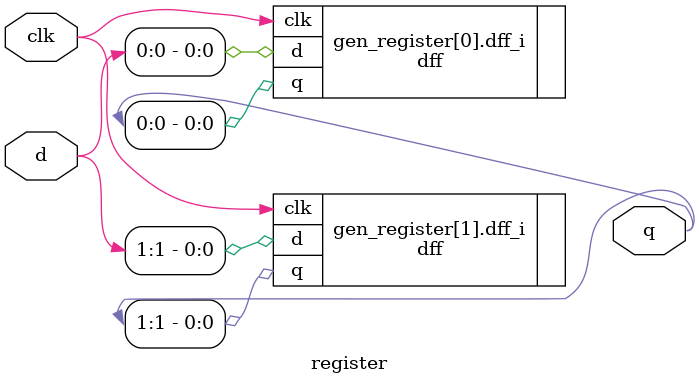
<source format=sv>

module register #(
    parameter integer N = 2  // shares
) (
    input wire clk,
    input wire [N-1:0] d,
    output wire [N-1:0] q
);
  genvar i;
  generate
    for (i = 0; i < N; i = i + 1) begin : gen_register
      dff dff_i (
          .clk(clk),
          .d  (d[i]),
          .q  (q[i])
      );
    end
  endgenerate
endmodule

</source>
